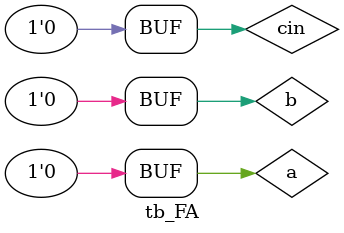
<source format=v>

`timescale 1ns/1ns

module tb_FA();

    reg a, b, cin;
    wire sum, cout;

    FA DUT(a,b,cin,sum,cout);

    initial begin
        a =   1'b0;
        b =   1'b0;
        cin = 1'b0;
        #100;
        a =   1'b0;
        b =   1'b0;
        cin = 1'b1;
        #100;
        a =   1'b0;
        b =   1'b0;
        cin = 1'b0;
        #100;
        a =   1'b0;
        b =   1'b1;
        cin = 1'b0;
        #100;
        a =   1'b0;
        b =   1'b1;
        cin = 1'b1;
        #100;
        a =   1'b0;
        b =   1'b0;
        cin = 1'b0;
        #100;
    end

endmodule
</source>
